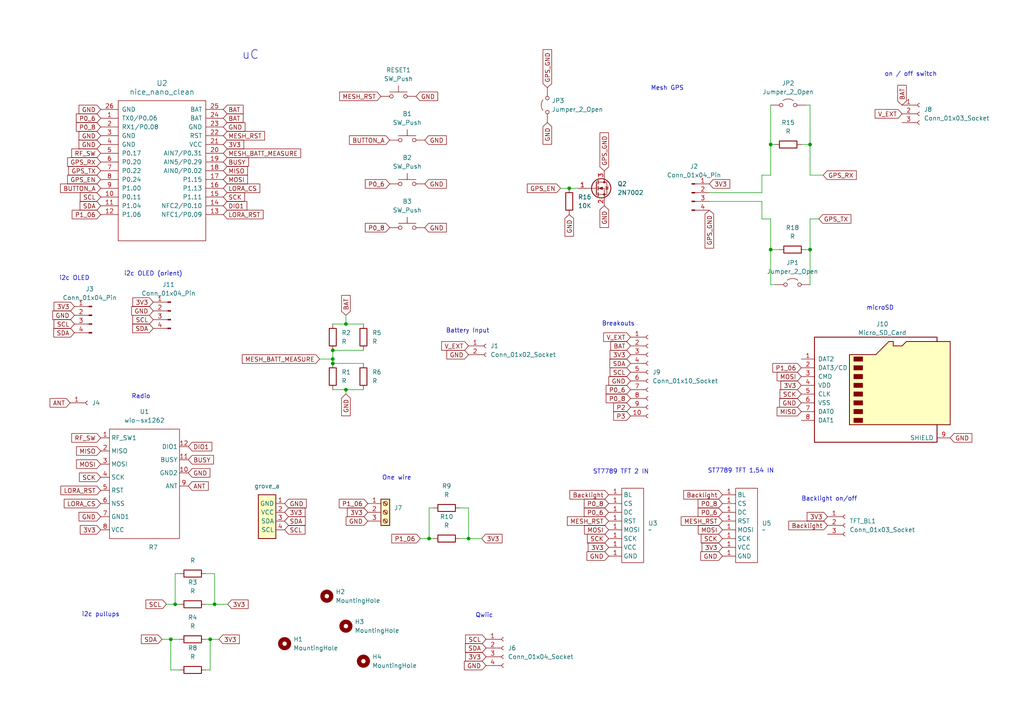
<source format=kicad_sch>
(kicad_sch (version 20231120) (generator "eeschema") (generator_version "8.0")
  (paper "A4")
  (lib_symbols
    (symbol "Connector:Conn_01x01_Socket" (pin_names (offset 1.016) hide)
      (property "Reference" "J" (at 0 2.54 0))
      (property "Value" "Conn_01x01_Socket" (at 0 -2.54 0))
      (symbol "Conn_01x01_Socket_1_1"
        (polyline (pts (xy -1.27 0) (xy -0.508 0)) (stroke (width 0.1524)))
        (arc (start 0 0.508) (mid -0.5058 0) (end 0 -0.508) (stroke (width 0.1524)))
        (pin passive line (at -5.08 0 0) (length 3.81) (name "Pin_1") (number "1"))
      )
    )
    (symbol "Connector:Conn_01x02_Socket" (pin_names (offset 1.016) hide)
      (property "Reference" "J" (at 0 2.54 0))
      (property "Value" "Conn_01x02_Socket" (at 0 -5.08 0))
      (symbol "Conn_01x02_Socket_1_1"
        (arc (start 0 -2.032) (mid -0.5058 -2.54) (end 0 -3.048) (stroke (width 0.1524)))
        (polyline (pts (xy -1.27 -2.54) (xy -0.508 -2.54)) (stroke (width 0.1524)))
        (polyline (pts (xy -1.27 0) (xy -0.508 0)) (stroke (width 0.1524)))
        (arc (start 0 0.508) (mid -0.5058 0) (end 0 -0.508) (stroke (width 0.1524)))
        (pin passive line (at -5.08 0 0) (length 3.81) (name "Pin_1") (number "1"))
        (pin passive line (at -5.08 -2.54 0) (length 3.81) (name "Pin_2") (number "2"))
      )
    )
    (symbol "Connector:Conn_01x03_Socket" (pin_names (offset 1.016) hide)
      (property "Reference" "J" (at 0 5.08 0))
      (property "Value" "Conn_01x03_Socket" (at 0 -5.08 0))
      (symbol "Conn_01x03_Socket_1_1"
        (arc (start 0 -2.032) (mid -0.5058 -2.54) (end 0 -3.048) (stroke (width 0.1524)))
        (polyline (pts (xy -1.27 -2.54) (xy -0.508 -2.54)) (stroke (width 0.1524)))
        (polyline (pts (xy -1.27 0) (xy -0.508 0)) (stroke (width 0.1524)))
        (polyline (pts (xy -1.27 2.54) (xy -0.508 2.54)) (stroke (width 0.1524)))
        (arc (start 0 0.508) (mid -0.5058 0) (end 0 -0.508) (stroke (width 0.1524)))
        (arc (start 0 3.048) (mid -0.5058 2.54) (end 0 2.032) (stroke (width 0.1524)))
        (pin passive line (at -5.08 2.54 0) (length 3.81) (name "Pin_1") (number "1"))
        (pin passive line (at -5.08 0 0) (length 3.81) (name "Pin_2") (number "2"))
        (pin passive line (at -5.08 -2.54 0) (length 3.81) (name "Pin_3") (number "3"))
      )
    )
    (symbol "Connector:Conn_01x04_Pin" (pin_names (offset 1.016) hide)
      (property "Reference" "J" (at 0 5.08 0))
      (property "Value" "Conn_01x04_Pin" (at 0 -7.62 0))
      (symbol "Conn_01x04_Pin_1_1"
        (polyline (pts (xy 1.27 -5.08) (xy 0.8636 -5.08)) (stroke (width 0.1524)))
        (polyline (pts (xy 1.27 -2.54) (xy 0.8636 -2.54)) (stroke (width 0.1524)))
        (polyline (pts (xy 1.27 0) (xy 0.8636 0)) (stroke (width 0.1524)))
        (polyline (pts (xy 1.27 2.54) (xy 0.8636 2.54)) (stroke (width 0.1524)))
        (rectangle (start 0.8636 -4.953) (end 0 -5.207) (stroke (width 0.1524)) (fill (type outline)))
        (rectangle (start 0.8636 -2.413) (end 0 -2.667) (stroke (width 0.1524)) (fill (type outline)))
        (rectangle (start 0.8636 0.127) (end 0 -0.127) (stroke (width 0.1524)) (fill (type outline)))
        (rectangle (start 0.8636 2.667) (end 0 2.413) (stroke (width 0.1524)) (fill (type outline)))
        (pin passive line (at 5.08 2.54 180) (length 3.81) (name "Pin_1") (number "1"))
        (pin passive line (at 5.08 0 180) (length 3.81) (name "Pin_2") (number "2"))
        (pin passive line (at 5.08 -2.54 180) (length 3.81) (name "Pin_3") (number "3"))
        (pin passive line (at 5.08 -5.08 180) (length 3.81) (name "Pin_4") (number "4"))
      )
    )
    (symbol "Connector:Conn_01x04_Socket" (pin_names (offset 1.016) hide)
      (property "Reference" "J" (at 0 5.08 0))
      (property "Value" "Conn_01x04_Socket" (at 0 -7.62 0))
      (symbol "Conn_01x04_Socket_1_1"
        (arc (start 0 -4.572) (mid -0.5058 -5.08) (end 0 -5.588) (stroke (width 0.1524)))
        (arc (start 0 -2.032) (mid -0.5058 -2.54) (end 0 -3.048) (stroke (width 0.1524)))
        (polyline (pts (xy -1.27 -5.08) (xy -0.508 -5.08)) (stroke (width 0.1524)))
        (polyline (pts (xy -1.27 -2.54) (xy -0.508 -2.54)) (stroke (width 0.1524)))
        (polyline (pts (xy -1.27 0) (xy -0.508 0)) (stroke (width 0.1524)))
        (polyline (pts (xy -1.27 2.54) (xy -0.508 2.54)) (stroke (width 0.1524)))
        (arc (start 0 0.508) (mid -0.5058 0) (end 0 -0.508) (stroke (width 0.1524)))
        (arc (start 0 3.048) (mid -0.5058 2.54) (end 0 2.032) (stroke (width 0.1524)))
        (pin passive line (at -5.08 2.54 0) (length 3.81) (name "Pin_1") (number "1"))
        (pin passive line (at -5.08 0 0) (length 3.81) (name "Pin_2") (number "2"))
        (pin passive line (at -5.08 -2.54 0) (length 3.81) (name "Pin_3") (number "3"))
        (pin passive line (at -5.08 -5.08 0) (length 3.81) (name "Pin_4") (number "4"))
      )
    )
    (symbol "Connector:Conn_01x10_Socket" (pin_names (offset 1.016) hide)
      (property "Reference" "J" (at 0 12.7 0))
      (property "Value" "Conn_01x10_Socket" (at 0 -15.24 0))
      (symbol "Conn_01x10_Socket_1_1"
        (arc (start 0 -12.192) (mid -0.5058 -12.7) (end 0 -13.208) (stroke (width 0.1524)))
        (arc (start 0 -9.652) (mid -0.5058 -10.16) (end 0 -10.668) (stroke (width 0.1524)))
        (arc (start 0 -7.112) (mid -0.5058 -7.62) (end 0 -8.128) (stroke (width 0.1524)))
        (arc (start 0 -4.572) (mid -0.5058 -5.08) (end 0 -5.588) (stroke (width 0.1524)))
        (arc (start 0 -2.032) (mid -0.5058 -2.54) (end 0 -3.048) (stroke (width 0.1524)))
        (polyline (pts (xy -1.27 -12.7) (xy -0.508 -12.7)) (stroke (width 0.1524)))
        (polyline (pts (xy -1.27 -10.16) (xy -0.508 -10.16)) (stroke (width 0.1524)))
        (polyline (pts (xy -1.27 -7.62) (xy -0.508 -7.62)) (stroke (width 0.1524)))
        (polyline (pts (xy -1.27 -5.08) (xy -0.508 -5.08)) (stroke (width 0.1524)))
        (polyline (pts (xy -1.27 -2.54) (xy -0.508 -2.54)) (stroke (width 0.1524)))
        (polyline (pts (xy -1.27 0) (xy -0.508 0)) (stroke (width 0.1524)))
        (polyline (pts (xy -1.27 2.54) (xy -0.508 2.54)) (stroke (width 0.1524)))
        (polyline (pts (xy -1.27 5.08) (xy -0.508 5.08)) (stroke (width 0.1524)))
        (polyline (pts (xy -1.27 7.62) (xy -0.508 7.62)) (stroke (width 0.1524)))
        (polyline (pts (xy -1.27 10.16) (xy -0.508 10.16)) (stroke (width 0.1524)))
        (arc (start 0 0.508) (mid -0.5058 0) (end 0 -0.508) (stroke (width 0.1524)))
        (arc (start 0 3.048) (mid -0.5058 2.54) (end 0 2.032) (stroke (width 0.1524)))
        (arc (start 0 5.588) (mid -0.5058 5.08) (end 0 4.572) (stroke (width 0.1524)))
        (arc (start 0 8.128) (mid -0.5058 7.62) (end 0 7.112) (stroke (width 0.1524)))
        (arc (start 0 10.668) (mid -0.5058 10.16) (end 0 9.652) (stroke (width 0.1524)))
        (pin passive line (at -5.08 10.16 0) (length 3.81) (name "Pin_1") (number "1"))
        (pin passive line (at -5.08 -12.7 0) (length 3.81) (name "Pin_10") (number "10"))
        (pin passive line (at -5.08 7.62 0) (length 3.81) (name "Pin_2") (number "2"))
        (pin passive line (at -5.08 5.08 0) (length 3.81) (name "Pin_3") (number "3"))
        (pin passive line (at -5.08 2.54 0) (length 3.81) (name "Pin_4") (number "4"))
        (pin passive line (at -5.08 0 0) (length 3.81) (name "Pin_5") (number "5"))
        (pin passive line (at -5.08 -2.54 0) (length 3.81) (name "Pin_6") (number "6"))
        (pin passive line (at -5.08 -5.08 0) (length 3.81) (name "Pin_7") (number "7"))
        (pin passive line (at -5.08 -7.62 0) (length 3.81) (name "Pin_8") (number "8"))
        (pin passive line (at -5.08 -10.16 0) (length 3.81) (name "Pin_9") (number "9"))
      )
    )
    (symbol "Connector:Micro_SD_Card" (pin_names (offset 1.016))
      (property "Reference" "J" (at -16.51 15.24 0))
      (property "Value" "Micro_SD_Card" (at 16.51 15.24 0))
      (symbol "Micro_SD_Card_0_1"
        (rectangle (start -7.62 -9.525) (end -5.08 -10.795) (fill (type outline)))
        (rectangle (start -7.62 -6.985) (end -5.08 -8.255) (fill (type outline)))
        (rectangle (start -7.62 -4.445) (end -5.08 -5.715) (fill (type outline)))
        (rectangle (start -7.62 -1.905) (end -5.08 -3.175) (fill (type outline)))
        (rectangle (start -7.62 0.635) (end -5.08 -0.635) (fill (type outline)))
        (rectangle (start -7.62 3.175) (end -5.08 1.905) (fill (type outline)))
        (rectangle (start -7.62 5.715) (end -5.08 4.445) (fill (type outline)))
        (rectangle (start -7.62 8.255) (end -5.08 6.985) (fill (type outline)))
        (polyline (pts (xy 16.51 12.7) (xy 16.51 13.97) (xy -19.05 13.97) (xy -19.05 -16.51) (xy 16.51 -16.51) (xy 16.51 -11.43)) (stroke (width 0.254)))
        (polyline (pts (xy -8.89 -11.43) (xy -8.89 8.89) (xy -1.27 8.89) (xy 2.54 12.7) (xy 3.81 12.7) (xy 3.81 11.43) (xy 6.35 11.43) (xy 7.62 12.7) (xy 20.32 12.7) (xy 20.32 -11.43) (xy -8.89 -11.43)) (stroke (width 0.254)) (fill (type background)))
      )
      (symbol "Micro_SD_Card_1_1"
        (pin bidirectional line (at -22.86 7.62 0) (length 3.81) (name "DAT2") (number "1"))
        (pin bidirectional line (at -22.86 5.08 0) (length 3.81) (name "DAT3/CD") (number "2"))
        (pin input line (at -22.86 2.54 0) (length 3.81) (name "CMD") (number "3"))
        (pin power_in line (at -22.86 0 0) (length 3.81) (name "VDD") (number "4"))
        (pin input line (at -22.86 -2.54 0) (length 3.81) (name "CLK") (number "5"))
        (pin power_in line (at -22.86 -5.08 0) (length 3.81) (name "VSS") (number "6"))
        (pin bidirectional line (at -22.86 -7.62 0) (length 3.81) (name "DAT0") (number "7"))
        (pin bidirectional line (at -22.86 -10.16 0) (length 3.81) (name "DAT1") (number "8"))
        (pin passive line (at 20.32 -15.24 180) (length 3.81) (name "SHIELD") (number "9"))
      )
    )
    (symbol "Connector:Screw_Terminal_01x03" (pin_names (offset 1.016) hide)
      (property "Reference" "J" (at 0 5.08 0))
      (property "Value" "Screw_Terminal_01x03" (at 0 -5.08 0))
      (symbol "Screw_Terminal_01x03_1_1"
        (rectangle (start -1.27 3.81) (end 1.27 -3.81) (stroke (width 0.254)) (fill (type background)))
        (circle (center 0 -2.54) (radius 0.635) (stroke (width 0.1524)))
        (polyline (pts (xy -0.5334 -2.2098) (xy 0.3302 -3.048)) (stroke (width 0.1524)))
        (polyline (pts (xy -0.5334 0.3302) (xy 0.3302 -0.508)) (stroke (width 0.1524)))
        (polyline (pts (xy -0.5334 2.8702) (xy 0.3302 2.032)) (stroke (width 0.1524)))
        (polyline (pts (xy -0.3556 -2.032) (xy 0.508 -2.8702)) (stroke (width 0.1524)))
        (polyline (pts (xy -0.3556 0.508) (xy 0.508 -0.3302)) (stroke (width 0.1524)))
        (polyline (pts (xy -0.3556 3.048) (xy 0.508 2.2098)) (stroke (width 0.1524)))
        (circle (center 0 0) (radius 0.635) (stroke (width 0.1524)))
        (circle (center 0 2.54) (radius 0.635) (stroke (width 0.1524)))
        (pin passive line (at -5.08 2.54 0) (length 3.81) (name "Pin_1") (number "1"))
        (pin passive line (at -5.08 0 0) (length 3.81) (name "Pin_2") (number "2"))
        (pin passive line (at -5.08 -2.54 0) (length 3.81) (name "Pin_3") (number "3"))
      )
    )
    (symbol "Device:R" (pin_numbers hide) (pin_names (offset 0))
      (property "Reference" "R" (at 2.032 0 90))
      (property "Value" "R" (at 0 0 90))
      (symbol "R_0_1"
        (rectangle (start -1.016 -2.54) (end 1.016 2.54) (stroke (width 0.254)))
      )
      (symbol "R_1_1"
        (pin passive line (at 0 3.81 270) (length 1.27) (name "~") (number "1"))
        (pin passive line (at 0 -3.81 90) (length 1.27) (name "~") (number "2"))
      )
    )
    (symbol "Jumper:Jumper_2_Open" (pin_numbers hide) (pin_names (offset 0) hide) (exclude_from_sim yes)
      (property "Reference" "JP" (at 0 2.794 0))
      (property "Value" "Jumper_2_Open" (at 0 -2.286 0))
      (symbol "Jumper_2_Open_0_0"
        (circle (center -2.032 0) (radius 0.508))
        (circle (center 2.032 0) (radius 0.508))
      )
      (symbol "Jumper_2_Open_0_1"
        (arc (start 1.524 1.27) (mid 0 1.778) (end -1.524 1.27))
      )
      (symbol "Jumper_2_Open_1_1"
        (pin passive line (at -5.08 0 0) (length 2.54) (name "A") (number "1"))
        (pin passive line (at 5.08 0 180) (length 2.54) (name "B") (number "2"))
      )
    )
    (symbol "Mechanical:MountingHole" (pin_names (offset 1.016)) (exclude_from_sim yes) (in_bom no)
      (property "Reference" "H" (at 0 5.08 0))
      (property "Value" "MountingHole" (at 0 3.175 0))
      (symbol "MountingHole_0_1"
        (circle (center 0 0) (radius 1.27) (stroke (width 1.27)))
      )
    )
    (symbol "Switch:SW_Push" (pin_numbers hide) (pin_names (offset 1.016) hide)
      (property "Reference" "SW" (at 1.27 2.54 0))
      (property "Value" "SW_Push" (at 0 -1.524 0))
      (symbol "SW_Push_0_1"
        (circle (center -2.032 0) (radius 0.508))
        (polyline (pts (xy 0 1.27) (xy 0 3.048)))
        (polyline (pts (xy 2.54 1.27) (xy -2.54 1.27)))
        (circle (center 2.032 0) (radius 0.508))
        (pin passive line (at -5.08 0 0) (length 2.54) (name "1") (number "1"))
        (pin passive line (at 5.08 0 180) (length 2.54) (name "2") (number "2"))
      )
    )
    (symbol "Transistor_FET:2N7002" (pin_names hide)
      (property "Reference" "Q" (at 5.08 1.905 0))
      (property "Value" "2N7002" (at 5.08 0 0))
      (symbol "2N7002_0_1"
        (polyline (pts (xy 0.254 0) (xy -2.54 0)))
        (polyline (pts (xy 0.254 1.905) (xy 0.254 -1.905)) (stroke (width 0.254)))
        (polyline (pts (xy 0.762 -1.27) (xy 0.762 -2.286)) (stroke (width 0.254)))
        (polyline (pts (xy 0.762 0.508) (xy 0.762 -0.508)) (stroke (width 0.254)))
        (polyline (pts (xy 0.762 2.286) (xy 0.762 1.27)) (stroke (width 0.254)))
        (polyline (pts (xy 2.54 2.54) (xy 2.54 1.778)))
        (polyline (pts (xy 2.54 -2.54) (xy 2.54 0) (xy 0.762 0)))
        (polyline (pts (xy 0.762 -1.778) (xy 3.302 -1.778) (xy 3.302 1.778) (xy 0.762 1.778)))
        (polyline (pts (xy 1.016 0) (xy 2.032 0.381) (xy 2.032 -0.381) (xy 1.016 0)) (fill (type outline)))
        (polyline (pts (xy 2.794 0.508) (xy 2.921 0.381) (xy 3.683 0.381) (xy 3.81 0.254)))
        (polyline (pts (xy 3.302 0.381) (xy 2.921 -0.254) (xy 3.683 -0.254) (xy 3.302 0.381)))
        (circle (center 1.651 0) (radius 2.794) (stroke (width 0.254)))
        (circle (center 2.54 -1.778) (radius 0.254) (fill (type outline)))
        (circle (center 2.54 1.778) (radius 0.254) (fill (type outline)))
      )
      (symbol "2N7002_1_1"
        (pin input line (at -5.08 0 0) (length 2.54) (name "G") (number "1"))
        (pin passive line (at 2.54 -5.08 90) (length 2.54) (name "S") (number "2"))
        (pin passive line (at 2.54 5.08 270) (length 2.54) (name "D") (number "3"))
      )
    )
    (symbol "lucc:grove_a"
      (property "Reference" "U" (at -10.16 10.16 0))
      (property "Value" "grove_a" (at -4.064 11.43 0))
      (symbol "grove_a_0_1"
        (rectangle (start -2.54 7.62) (end 2.54 -5.08) (stroke (width 0.254)) (fill (type background)))
      )
      (symbol "grove_a_1_1"
        (pin bidirectional line (at 5.08 5.08 180) (length 2.54) (name "GND") (number "1"))
        (pin output line (at 5.08 2.54 180) (length 2.54) (name "VCC") (number "2"))
        (pin input line (at 5.08 0 180) (length 2.54) (name "SDA") (number "3"))
        (pin bidirectional line (at 5.08 -2.54 180) (length 2.54) (name "SCL") (number "4"))
      )
    )
    (symbol "lucc:st7789"
      (property "Reference" "U" (at 0 8.636 0))
      (symbol "st7789_0_1"
        (rectangle (start -3.81 5.715) (end 2.54 -15.875))
      )
      (symbol "st7789_1_1"
        (pin input line (at -7.62 3.81 0) (length 3.81) (name "BL") (number "1"))
        (pin input line (at -7.62 1.27 0) (length 3.81) (name "CS") (number "1"))
        (pin input line (at -7.62 -1.27 0) (length 3.81) (name "DC") (number "1"))
        (pin input line (at -7.62 -13.97 0) (length 3.81) (name "GND") (number "1"))
        (pin input line (at -7.62 -6.35 0) (length 3.81) (name "MOSI") (number "1"))
        (pin input line (at -7.62 -3.81 0) (length 3.81) (name "RST") (number "1"))
        (pin input line (at -7.62 -8.89 0) (length 3.81) (name "SCK") (number "1"))
        (pin input line (at -7.62 -11.43 0) (length 3.81) (name "VCC") (number "1"))
      )
    )
    (symbol "nice_nano:nice_nano_clean" (pin_names (offset 1.016))
      (property "Reference" "U" (at 0 0 0))
      (property "Value" "nice_nano_clean" (at 0 2.54 0))
      (symbol "nice_nano_clean_0_1"
        (rectangle (start -12.7 -21.59) (end 12.7 19.05))
      )
      (symbol "nice_nano_clean_1_1"
        (pin input line (at -17.78 13.97 0) (length 5.08) (name "TX0/P0.06") (number "1"))
        (pin input line (at -17.78 -8.89 0) (length 5.08) (name "P0.11") (number "10"))
        (pin input line (at -17.78 -11.43 0) (length 5.08) (name "P1.04") (number "11"))
        (pin input line (at -17.78 -13.97 0) (length 5.08) (name "P1.06") (number "12"))
        (pin input line (at 17.78 -13.97 180) (length 5.08) (name "NFC1/P0.09") (number "13"))
        (pin input line (at 17.78 -11.43 180) (length 5.08) (name "NFC2/P0.10") (number "14"))
        (pin input line (at 17.78 -8.89 180) (length 5.08) (name "P1.11") (number "15"))
        (pin input line (at 17.78 -6.35 180) (length 5.08) (name "P1.13") (number "16"))
        (pin input line (at 17.78 -3.81 180) (length 5.08) (name "P1.15") (number "17"))
        (pin input line (at 17.78 -1.27 180) (length 5.08) (name "AIN0/P0.02") (number "18"))
        (pin input line (at 17.78 1.27 180) (length 5.08) (name "AIN5/P0.29") (number "19"))
        (pin input line (at -17.78 11.43 0) (length 5.08) (name "RX1/P0.08") (number "2"))
        (pin input line (at 17.78 3.81 180) (length 5.08) (name "AIN7/P0.31") (number "20"))
        (pin input line (at 17.78 6.35 180) (length 5.08) (name "VCC") (number "21"))
        (pin input line (at 17.78 8.89 180) (length 5.08) (name "RST") (number "22"))
        (pin input line (at 17.78 11.43 180) (length 5.08) (name "GND") (number "23"))
        (pin input line (at 17.78 13.97 180) (length 5.08) (name "BAT") (number "24"))
        (pin input line (at 17.78 16.51 180) (length 5.08) (name "BAT") (number "25"))
        (pin input line (at -17.78 16.51 0) (length 5.08) (name "GND") (number "26"))
        (pin input line (at -17.78 8.89 0) (length 5.08) (name "GND") (number "3"))
        (pin input line (at -17.78 6.35 0) (length 5.08) (name "GND") (number "4"))
        (pin input line (at -17.78 3.81 0) (length 5.08) (name "P0.17") (number "5"))
        (pin input line (at -17.78 1.27 0) (length 5.08) (name "P0.20") (number "6"))
        (pin input line (at -17.78 -1.27 0) (length 5.08) (name "P0.22") (number "7"))
        (pin input line (at -17.78 -3.81 0) (length 5.08) (name "P0.24") (number "8"))
        (pin input line (at -17.78 -6.35 0) (length 5.08) (name "P1.00") (number "9"))
      )
    )
    (symbol "sweet-p:wio-sx1262"
      (property "Reference" "U" (at -1.27 13.97 0))
      (property "Value" "wio-sx1262" (at -1.27 11.43 0))
      (symbol "wio-sx1262_0_1"
        (rectangle (start -6.35 8.89) (end 13.97 -22.86))
      )
      (symbol "wio-sx1262_1_1"
        (pin input line (at -8.89 6.35 0) (length 2.54) (name "RF_SW1") (number "1"))
        (pin input line (at 16.51 -3.81 180) (length 2.54) (name "GND2") (number "10"))
        (pin input line (at 16.51 0 180) (length 2.54) (name "BUSY") (number "11"))
        (pin input line (at 16.51 3.81 180) (length 2.54) (name "DIO1") (number "12"))
        (pin input line (at -8.89 2.54 0) (length 2.54) (name "MISO") (number "2"))
        (pin input line (at -8.89 -1.27 0) (length 2.54) (name "MOSI") (number "3"))
        (pin input line (at -8.89 -5.08 0) (length 2.54) (name "SCK") (number "4"))
        (pin input line (at -8.89 -8.89 0) (length 2.54) (name "RST") (number "5"))
        (pin input line (at -8.89 -12.7 0) (length 2.54) (name "NSS") (number "6"))
        (pin input line (at -8.89 -16.51 0) (length 2.54) (name "GND1") (number "7"))
        (pin input line (at -8.89 -20.32 0) (length 2.54) (name "VCC") (number "8"))
        (pin input line (at 16.51 -7.62 180) (length 2.54) (name "ANT") (number "9"))
      )
    )
  )
  (junction (at 49.53 185.42))
  (junction (at 60.96 185.42))
  (junction (at 124.46 156.21))
  (junction (at 50.8 175.26))
  (junction (at 100.33 93.98))
  (junction (at 62.23 175.26))
  (junction (at 223.52 72.39))
  (junction (at 165.1 54.61))
  (junction (at 135.89 156.21))
  (junction (at 96.52 105.41))
  (junction (at 234.95 41.91))
  (junction (at 223.52 41.91))
  (junction (at 234.95 72.39))
  (junction (at 100.33 113.03))
  (junction (at 96.52 101.6))
  (junction (at 96.52 104.14))
  (wire (pts (xy 59.69 175.26) (xy 62.23 175.26)))
  (wire (pts (xy 224.79 41.91) (xy 223.52 41.91)))
  (wire (pts (xy 121.92 156.21) (xy 124.46 156.21)))
  (wire (pts (xy 100.33 91.44) (xy 100.33 93.98)))
  (wire (pts (xy 46.99 185.42) (xy 49.53 185.42)))
  (wire (pts (xy 165.1 54.61) (xy 167.64 54.61)))
  (wire (pts (xy 96.52 105.41) (xy 105.41 105.41)))
  (wire (pts (xy 220.98 63.5) (xy 223.52 63.5)))
  (wire (pts (xy 96.52 104.14) (xy 96.52 105.41)))
  (wire (pts (xy 49.53 194.31) (xy 52.07 194.31)))
  (wire (pts (xy 234.95 63.5) (xy 237.49 63.5)))
  (wire (pts (xy 220.98 50.8) (xy 223.52 50.8)))
  (wire (pts (xy 234.95 72.39) (xy 234.95 82.55)))
  (wire (pts (xy 220.98 58.42) (xy 220.98 63.5)))
  (wire (pts (xy 223.52 72.39) (xy 226.06 72.39)))
  (wire (pts (xy 59.69 194.31) (xy 60.96 194.31)))
  (wire (pts (xy 223.52 72.39) (xy 223.52 82.55)))
  (wire (pts (xy 223.52 30.48) (xy 223.52 41.91)))
  (wire (pts (xy 49.53 185.42) (xy 49.53 194.31)))
  (wire (pts (xy 223.52 41.91) (xy 223.52 50.8)))
  (wire (pts (xy 92.71 104.14) (xy 96.52 104.14)))
  (wire (pts (xy 50.8 175.26) (xy 52.07 175.26)))
  (wire (pts (xy 48.26 175.26) (xy 50.8 175.26)))
  (wire (pts (xy 59.69 166.37) (xy 62.23 166.37)))
  (wire (pts (xy 232.41 41.91) (xy 234.95 41.91)))
  (wire (pts (xy 223.52 63.5) (xy 223.52 72.39)))
  (wire (pts (xy 62.23 175.26) (xy 66.04 175.26)))
  (wire (pts (xy 162.56 54.61) (xy 165.1 54.61)))
  (wire (pts (xy 124.46 147.32) (xy 124.46 156.21)))
  (wire (pts (xy 62.23 166.37) (xy 62.23 175.26)))
  (wire (pts (xy 124.46 156.21) (xy 125.73 156.21)))
  (wire (pts (xy 234.95 50.8) (xy 238.76 50.8)))
  (wire (pts (xy 60.96 194.31) (xy 60.96 185.42)))
  (wire (pts (xy 60.96 185.42) (xy 63.5 185.42)))
  (wire (pts (xy 234.95 72.39) (xy 234.95 63.5)))
  (wire (pts (xy 234.95 41.91) (xy 234.95 50.8)))
  (wire (pts (xy 50.8 166.37) (xy 50.8 175.26)))
  (wire (pts (xy 133.35 156.21) (xy 135.89 156.21)))
  (wire (pts (xy 59.69 185.42) (xy 60.96 185.42)))
  (wire (pts (xy 234.95 41.91) (xy 234.95 30.48)))
  (wire (pts (xy 234.95 30.48) (xy 233.68 30.48)))
  (wire (pts (xy 96.52 93.98) (xy 100.33 93.98)))
  (wire (pts (xy 205.74 55.88) (xy 220.98 55.88)))
  (wire (pts (xy 100.33 93.98) (xy 105.41 93.98)))
  (wire (pts (xy 100.33 113.03) (xy 105.41 113.03)))
  (wire (pts (xy 133.35 147.32) (xy 135.89 147.32)))
  (wire (pts (xy 100.33 113.03) (xy 100.33 114.3)))
  (wire (pts (xy 220.98 55.88) (xy 220.98 50.8)))
  (wire (pts (xy 125.73 147.32) (xy 124.46 147.32)))
  (wire (pts (xy 96.52 101.6) (xy 96.52 104.14)))
  (wire (pts (xy 52.07 166.37) (xy 50.8 166.37)))
  (wire (pts (xy 49.53 185.42) (xy 52.07 185.42)))
  (wire (pts (xy 233.68 72.39) (xy 234.95 72.39)))
  (wire (pts (xy 96.52 101.6) (xy 105.41 101.6)))
  (wire (pts (xy 96.52 113.03) (xy 100.33 113.03)))
  (wire (pts (xy 223.52 82.55) (xy 224.79 82.55)))
  (wire (pts (xy 135.89 156.21) (xy 139.7 156.21)))
  (wire (pts (xy 135.89 147.32) (xy 135.89 156.21)))
  (wire (pts (xy 205.74 58.42) (xy 220.98 58.42)))
  (text "microSD" (at 255.27 89.408 0) (effects (font (size 1.27 1.27))))
  (text "Mesh GPS" (at 193.548 25.654 0) (effects (font (size 1.27 1.27))))
  (text "ST7789 TFT 1.54 IN" (at 214.884 136.652 0) (effects (font (size 1.27 1.27))))
  (text "Backlight on/off" (at 240.538 144.78 0) (effects (font (size 1.27 1.27))))
  (text "uC" (at 72.644 16.002 0) (effects (font (size 2.54 2.54))))
  (text "ST7789 TFT 2 IN" (at 180.086 136.906 0) (effects (font (size 1.27 1.27))))
  (text "on / off switch" (at 264.16 21.59 0) (effects (font (size 1.27 1.27))))
  (text "One wire" (at 115.062 138.684 0) (effects (font (size 1.27 1.27))))
  (text "Breakouts" (at 179.324 93.98 0) (effects (font (size 1.27 1.27))))
  (text "i2c pullups" (at 29.21 178.308 0) (effects (font (size 1.27 1.27))))
  (text "i2c OLED" (at 21.59 80.772 0) (effects (font (size 1.27 1.27))))
  (text "Radio" (at 40.894 115.062 0) (effects (font (size 1.27 1.27))))
  (text "i2c OLED (orient)" (at 44.45 79.502 0) (effects (font (size 1.27 1.27))))
  (text "Battery Input" (at 135.636 96.012 0) (effects (font (size 1.27 1.27))))
  (text "Qwiic" (at 140.462 178.562 0) (effects (font (size 1.27 1.27))))
  (global_label "GND" (shape input) (at 123.19 40.64 0) (property "Intersheetrefs" "${INTERSHEET_REFS}" (effects (hide yes))))
  (global_label "GPS_RX" (shape input) (at 29.21 46.99 180) (property "Intersheetrefs" "${INTERSHEET_REFS}" (effects (hide yes))))
  (global_label "GND" (shape input) (at 82.55 146.05 0) (property "Intersheetrefs" "${INTERSHEET_REFS}" (effects (hide yes))))
  (global_label "SDA" (shape input) (at 21.59 96.52 180) (property "Intersheetrefs" "${INTERSHEET_REFS}" (effects (hide yes))))
  (global_label "GND" (shape input) (at 135.89 102.87 180) (property "Intersheetrefs" "${INTERSHEET_REFS}" (effects (hide yes))))
  (global_label "P1_06" (shape input) (at 29.21 62.23 180) (property "Intersheetrefs" "${INTERSHEET_REFS}" (effects (hide yes))))
  (global_label "GND" (shape input) (at 29.21 39.37 180) (property "Intersheetrefs" "${INTERSHEET_REFS}" (effects (hide yes))))
  (global_label "GND" (shape input) (at 165.1 62.23 270) (property "Intersheetrefs" "${INTERSHEET_REFS}" (effects (hide yes))))
  (global_label "MESH_RST" (shape input) (at 110.49 27.94 180) (property "Intersheetrefs" "${INTERSHEET_REFS}" (effects (hide yes))))
  (global_label "BAT" (shape input) (at 261.62 30.48 90) (property "Intersheetrefs" "${INTERSHEET_REFS}" (effects (hide yes))))
  (global_label "P0_8" (shape input) (at 182.88 115.57 180) (property "Intersheetrefs" "${INTERSHEET_REFS}" (effects (hide yes))))
  (global_label "3V3" (shape input) (at 209.55 158.75 180) (property "Intersheetrefs" "${INTERSHEET_REFS}" (effects (hide yes))))
  (global_label "GND" (shape input) (at 120.65 27.94 0) (property "Intersheetrefs" "${INTERSHEET_REFS}" (effects (hide yes))))
  (global_label "ANT" (shape input) (at 20.32 116.84 180) (property "Intersheetrefs" "${INTERSHEET_REFS}" (effects (hide yes))))
  (global_label "GPS_GND" (shape input) (at 175.26 49.53 90) (property "Intersheetrefs" "${INTERSHEET_REFS}" (effects (hide yes))))
  (global_label "P0_6" (shape input) (at 182.88 113.03 180) (property "Intersheetrefs" "${INTERSHEET_REFS}" (effects (hide yes))))
  (global_label "GND" (shape input) (at 182.88 110.49 180) (property "Intersheetrefs" "${INTERSHEET_REFS}" (effects (hide yes))))
  (global_label "SDA" (shape input) (at 44.45 95.25 180) (property "Intersheetrefs" "${INTERSHEET_REFS}" (effects (hide yes))))
  (global_label "MESH_RST" (shape input) (at 209.55 151.13 180) (property "Intersheetrefs" "${INTERSHEET_REFS}" (effects (hide yes))))
  (global_label "BUSY" (shape input) (at 64.77 46.99 0) (property "Intersheetrefs" "${INTERSHEET_REFS}" (effects (hide yes))))
  (global_label "GPS_RX" (shape input) (at 238.76 50.8 0) (property "Intersheetrefs" "${INTERSHEET_REFS}" (effects (hide yes))))
  (global_label "GPS_TX" (shape input) (at 237.49 63.5 0) (property "Intersheetrefs" "${INTERSHEET_REFS}" (effects (hide yes))))
  (global_label "P0_6" (shape input) (at 176.53 148.59 180) (property "Intersheetrefs" "${INTERSHEET_REFS}" (effects (hide yes))))
  (global_label "RF_SW" (shape input) (at 29.21 127 180) (property "Intersheetrefs" "${INTERSHEET_REFS}" (effects (hide yes))))
  (global_label "GND" (shape input) (at 106.68 151.13 180) (property "Intersheetrefs" "${INTERSHEET_REFS}" (effects (hide yes))))
  (global_label "P1_06" (shape input) (at 121.92 156.21 180) (property "Intersheetrefs" "${INTERSHEET_REFS}" (effects (hide yes))))
  (global_label "GND" (shape input) (at 232.41 116.84 180) (property "Intersheetrefs" "${INTERSHEET_REFS}" (effects (hide yes))))
  (global_label "BUSY" (shape input) (at 54.61 133.35 0) (property "Intersheetrefs" "${INTERSHEET_REFS}" (effects (hide yes))))
  (global_label "SCK" (shape input) (at 176.53 156.21 180) (property "Intersheetrefs" "${INTERSHEET_REFS}" (effects (hide yes))))
  (global_label "SCL" (shape input) (at 21.59 93.98 180) (property "Intersheetrefs" "${INTERSHEET_REFS}" (effects (hide yes))))
  (global_label "GND" (shape input) (at 29.21 41.91 180) (property "Intersheetrefs" "${INTERSHEET_REFS}" (effects (hide yes))))
  (global_label "MISO" (shape input) (at 232.41 119.38 180) (property "Intersheetrefs" "${INTERSHEET_REFS}" (effects (hide yes))))
  (global_label "3V3" (shape input) (at 205.74 53.34 0) (property "Intersheetrefs" "${INTERSHEET_REFS}" (effects (hide yes))))
  (global_label "RF_SW" (shape input) (at 29.21 44.45 180) (property "Intersheetrefs" "${INTERSHEET_REFS}" (effects (hide yes))))
  (global_label "ANT" (shape input) (at 54.61 140.97 0) (property "Intersheetrefs" "${INTERSHEET_REFS}" (effects (hide yes))))
  (global_label "GND" (shape input) (at 209.55 161.29 180) (property "Intersheetrefs" "${INTERSHEET_REFS}" (effects (hide yes))))
  (global_label "LORA_RST" (shape input) (at 29.21 142.24 180) (property "Intersheetrefs" "${INTERSHEET_REFS}" (effects (hide yes))))
  (global_label "GND" (shape input) (at 64.77 36.83 0) (property "Intersheetrefs" "${INTERSHEET_REFS}" (effects (hide yes))))
  (global_label "3V3" (shape input) (at 29.21 153.67 180) (property "Intersheetrefs" "${INTERSHEET_REFS}" (effects (hide yes))))
  (global_label "SDA" (shape input) (at 29.21 59.69 180) (property "Intersheetrefs" "${INTERSHEET_REFS}" (effects (hide yes))))
  (global_label "3V3" (shape input) (at 21.59 88.9 180) (property "Intersheetrefs" "${INTERSHEET_REFS}" (effects (hide yes))))
  (global_label "BAT" (shape input) (at 64.77 34.29 0) (property "Intersheetrefs" "${INTERSHEET_REFS}" (effects (hide yes))))
  (global_label "3V3" (shape input) (at 140.97 190.5 180) (property "Intersheetrefs" "${INTERSHEET_REFS}" (effects (hide yes))))
  (global_label "P0_8" (shape input) (at 113.03 66.04 180) (property "Intersheetrefs" "${INTERSHEET_REFS}" (effects (hide yes))))
  (global_label "3V3" (shape input) (at 176.53 158.75 180) (property "Intersheetrefs" "${INTERSHEET_REFS}" (effects (hide yes))))
  (global_label "3V3" (shape input) (at 240.03 149.86 180) (property "Intersheetrefs" "${INTERSHEET_REFS}" (effects (hide yes))))
  (global_label "SCL" (shape input) (at 82.55 153.67 0) (property "Intersheetrefs" "${INTERSHEET_REFS}" (effects (hide yes))))
  (global_label "SCL" (shape input) (at 140.97 185.42 180) (property "Intersheetrefs" "${INTERSHEET_REFS}" (effects (hide yes))))
  (global_label "GND" (shape input) (at 29.21 149.86 180) (property "Intersheetrefs" "${INTERSHEET_REFS}" (effects (hide yes))))
  (global_label "P0_8" (shape input) (at 29.21 36.83 180) (property "Intersheetrefs" "${INTERSHEET_REFS}" (effects (hide yes))))
  (global_label "MOSI" (shape input) (at 29.21 134.62 180) (property "Intersheetrefs" "${INTERSHEET_REFS}" (effects (hide yes))))
  (global_label "GND" (shape input) (at 44.45 90.17 180) (property "Intersheetrefs" "${INTERSHEET_REFS}" (effects (hide yes))))
  (global_label "MESH_RST" (shape input) (at 64.77 39.37 0) (property "Intersheetrefs" "${INTERSHEET_REFS}" (effects (hide yes))))
  (global_label "SCL" (shape input) (at 182.88 107.95 180) (property "Intersheetrefs" "${INTERSHEET_REFS}" (effects (hide yes))))
  (global_label "MOSI" (shape input) (at 64.77 52.07 0) (property "Intersheetrefs" "${INTERSHEET_REFS}" (effects (hide yes))))
  (global_label "SDA" (shape input) (at 182.88 105.41 180) (property "Intersheetrefs" "${INTERSHEET_REFS}" (effects (hide yes))))
  (global_label "LORA_CS" (shape input) (at 64.77 54.61 0) (property "Intersheetrefs" "${INTERSHEET_REFS}" (effects (hide yes))))
  (global_label "SDA" (shape input) (at 82.55 151.13 0) (property "Intersheetrefs" "${INTERSHEET_REFS}" (effects (hide yes))))
  (global_label "GND" (shape input) (at 275.59 127 0) (property "Intersheetrefs" "${INTERSHEET_REFS}" (effects (hide yes))))
  (global_label "GND" (shape input) (at 21.59 91.44 180) (property "Intersheetrefs" "${INTERSHEET_REFS}" (effects (hide yes))))
  (global_label "GND" (shape input) (at 123.19 66.04 0) (property "Intersheetrefs" "${INTERSHEET_REFS}" (effects (hide yes))))
  (global_label "V_EXT" (shape input) (at 261.62 33.02 180) (property "Intersheetrefs" "${INTERSHEET_REFS}" (effects (hide yes))))
  (global_label "P3" (shape input) (at 182.88 120.65 180) (property "Intersheetrefs" "${INTERSHEET_REFS}" (effects (hide yes))))
  (global_label "SCK" (shape input) (at 64.77 57.15 0) (property "Intersheetrefs" "${INTERSHEET_REFS}" (effects (hide yes))))
  (global_label "3V3" (shape input) (at 139.7 156.21 0) (property "Intersheetrefs" "${INTERSHEET_REFS}" (effects (hide yes))))
  (global_label "P1_06" (shape input) (at 232.41 106.68 180) (property "Intersheetrefs" "${INTERSHEET_REFS}" (effects (hide yes))))
  (global_label "GND" (shape input) (at 175.26 59.69 270) (property "Intersheetrefs" "${INTERSHEET_REFS}" (effects (hide yes))))
  (global_label "GND" (shape input) (at 140.97 193.04 180) (property "Intersheetrefs" "${INTERSHEET_REFS}" (effects (hide yes))))
  (global_label "GND" (shape input) (at 158.75 35.56 270) (property "Intersheetrefs" "${INTERSHEET_REFS}" (effects (hide yes))))
  (global_label "V_EXT" (shape input) (at 182.88 97.79 180) (property "Intersheetrefs" "${INTERSHEET_REFS}" (effects (hide yes))))
  (global_label "MESH_BATT_MEASURE" (shape input) (at 92.71 104.14 180) (property "Intersheetrefs" "${INTERSHEET_REFS}" (effects (hide yes))))
  (global_label "GPS_GND" (shape input) (at 205.74 60.96 270) (property "Intersheetrefs" "${INTERSHEET_REFS}" (effects (hide yes))))
  (global_label "SDA" (shape input) (at 140.97 187.96 180) (property "Intersheetrefs" "${INTERSHEET_REFS}" (effects (hide yes))))
  (global_label "BAT" (shape input) (at 64.77 31.75 0) (property "Intersheetrefs" "${INTERSHEET_REFS}" (effects (hide yes))))
  (global_label "LORA_CS" (shape input) (at 29.21 146.05 180) (property "Intersheetrefs" "${INTERSHEET_REFS}" (effects (hide yes))))
  (global_label "MOSI" (shape input) (at 209.55 153.67 180) (property "Intersheetrefs" "${INTERSHEET_REFS}" (effects (hide yes))))
  (global_label "GND" (shape input) (at 100.33 114.3 270) (property "Intersheetrefs" "${INTERSHEET_REFS}" (effects (hide yes))))
  (global_label "GND" (shape input) (at 54.61 137.16 0) (property "Intersheetrefs" "${INTERSHEET_REFS}" (effects (hide yes))))
  (global_label "3V3" (shape input) (at 63.5 185.42 0) (property "Intersheetrefs" "${INTERSHEET_REFS}" (effects (hide yes))))
  (global_label "MOSI" (shape input) (at 176.53 153.67 180) (property "Intersheetrefs" "${INTERSHEET_REFS}" (effects (hide yes))))
  (global_label "P2" (shape input) (at 182.88 118.11 180) (property "Intersheetrefs" "${INTERSHEET_REFS}" (effects (hide yes))))
  (global_label "DIO1" (shape input) (at 64.77 59.69 0) (property "Intersheetrefs" "${INTERSHEET_REFS}" (effects (hide yes))))
  (global_label "GND" (shape input) (at 123.19 53.34 0) (property "Intersheetrefs" "${INTERSHEET_REFS}" (effects (hide yes))))
  (global_label "GPS_TX" (shape input) (at 29.21 49.53 180) (property "Intersheetrefs" "${INTERSHEET_REFS}" (effects (hide yes))))
  (global_label "MESH_BATT_MEASURE" (shape input) (at 64.77 44.45 0) (property "Intersheetrefs" "${INTERSHEET_REFS}" (effects (hide yes))))
  (global_label "MISO" (shape input) (at 64.77 49.53 0) (property "Intersheetrefs" "${INTERSHEET_REFS}" (effects (hide yes))))
  (global_label "SCK" (shape input) (at 209.55 156.21 180) (property "Intersheetrefs" "${INTERSHEET_REFS}" (effects (hide yes))))
  (global_label "Backlight" (shape input) (at 240.03 152.4 180) (property "Intersheetrefs" "${INTERSHEET_REFS}" (effects (hide yes))))
  (global_label "3V3" (shape input) (at 64.77 41.91 0) (property "Intersheetrefs" "${INTERSHEET_REFS}" (effects (hide yes))))
  (global_label "MOSI" (shape input) (at 232.41 109.22 180) (property "Intersheetrefs" "${INTERSHEET_REFS}" (effects (hide yes))))
  (global_label "P0_8" (shape input) (at 176.53 146.05 180) (property "Intersheetrefs" "${INTERSHEET_REFS}" (effects (hide yes))))
  (global_label "SDA" (shape input) (at 46.99 185.42 180) (property "Intersheetrefs" "${INTERSHEET_REFS}" (effects (hide yes))))
  (global_label "SCK" (shape input) (at 29.21 138.43 180) (property "Intersheetrefs" "${INTERSHEET_REFS}" (effects (hide yes))))
  (global_label "P0_6" (shape input) (at 29.21 34.29 180) (property "Intersheetrefs" "${INTERSHEET_REFS}" (effects (hide yes))))
  (global_label "BUTTON_A" (shape input) (at 29.21 54.61 180) (property "Intersheetrefs" "${INTERSHEET_REFS}" (effects (hide yes))))
  (global_label "GPS_GND" (shape input) (at 158.75 25.4 90) (property "Intersheetrefs" "${INTERSHEET_REFS}" (effects (hide yes))))
  (global_label "SCL" (shape input) (at 48.26 175.26 180) (property "Intersheetrefs" "${INTERSHEET_REFS}" (effects (hide yes))))
  (global_label "3V3" (shape input) (at 182.88 102.87 180) (property "Intersheetrefs" "${INTERSHEET_REFS}" (effects (hide yes))))
  (global_label "3V3" (shape input) (at 44.45 87.63 180) (property "Intersheetrefs" "${INTERSHEET_REFS}" (effects (hide yes))))
  (global_label "P0_6" (shape input) (at 113.03 53.34 180) (property "Intersheetrefs" "${INTERSHEET_REFS}" (effects (hide yes))))
  (global_label "MISO" (shape input) (at 29.21 130.81 180) (property "Intersheetrefs" "${INTERSHEET_REFS}" (effects (hide yes))))
  (global_label "SCL" (shape input) (at 29.21 57.15 180) (property "Intersheetrefs" "${INTERSHEET_REFS}" (effects (hide yes))))
  (global_label "Backlight" (shape input) (at 176.53 143.51 180) (property "Intersheetrefs" "${INTERSHEET_REFS}" (effects (hide yes))))
  (global_label "GND" (shape input) (at 29.21 31.75 180) (property "Intersheetrefs" "${INTERSHEET_REFS}" (effects (hide yes))))
  (global_label "3V3" (shape input) (at 66.04 175.26 0) (property "Intersheetrefs" "${INTERSHEET_REFS}" (effects (hide yes))))
  (global_label "LORA_RST" (shape input) (at 64.77 62.23 0) (property "Intersheetrefs" "${INTERSHEET_REFS}" (effects (hide yes))))
  (global_label "V_EXT" (shape input) (at 135.89 100.33 180) (property "Intersheetrefs" "${INTERSHEET_REFS}" (effects (hide yes))))
  (global_label "P0_8" (shape input) (at 209.55 146.05 180) (property "Intersheetrefs" "${INTERSHEET_REFS}" (effects (hide yes))))
  (global_label "3V3" (shape input) (at 82.55 148.59 0) (property "Intersheetrefs" "${INTERSHEET_REFS}" (effects (hide yes))))
  (global_label "GPS_EN" (shape input) (at 29.21 52.07 180) (property "Intersheetrefs" "${INTERSHEET_REFS}" (effects (hide yes))))
  (global_label "P0_6" (shape input) (at 209.55 148.59 180) (property "Intersheetrefs" "${INTERSHEET_REFS}" (effects (hide yes))))
  (global_label "Backlight" (shape input) (at 209.55 143.51 180) (property "Intersheetrefs" "${INTERSHEET_REFS}" (effects (hide yes))))
  (global_label "GND" (shape input) (at 176.53 161.29 180) (property "Intersheetrefs" "${INTERSHEET_REFS}" (effects (hide yes))))
  (global_label "3V3" (shape input) (at 232.41 111.76 180) (property "Intersheetrefs" "${INTERSHEET_REFS}" (effects (hide yes))))
  (global_label "P1_06" (shape input) (at 106.68 146.05 180) (property "Intersheetrefs" "${INTERSHEET_REFS}" (effects (hide yes))))
  (global_label "SCK" (shape input) (at 232.41 114.3 180) (property "Intersheetrefs" "${INTERSHEET_REFS}" (effects (hide yes))))
  (global_label "GPS_EN" (shape input) (at 162.56 54.61 180) (property "Intersheetrefs" "${INTERSHEET_REFS}" (effects (hide yes))))
  (global_label "BAT" (shape input) (at 100.33 91.44 90) (property "Intersheetrefs" "${INTERSHEET_REFS}" (effects (hide yes))))
  (global_label "DIO1" (shape input) (at 54.61 129.54 0) (property "Intersheetrefs" "${INTERSHEET_REFS}" (effects (hide yes))))
  (global_label "MESH_RST" (shape input) (at 176.53 151.13 180) (property "Intersheetrefs" "${INTERSHEET_REFS}" (effects (hide yes))))
  (global_label "SCL" (shape input) (at 44.45 92.71 180) (property "Intersheetrefs" "${INTERSHEET_REFS}" (effects (hide yes))))
  (global_label "BAT" (shape input) (at 182.88 100.33 180) (property "Intersheetrefs" "${INTERSHEET_REFS}" (effects (hide yes))))
  (global_label "3V3" (shape input) (at 106.68 148.59 180) (property "Intersheetrefs" "${INTERSHEET_REFS}" (effects (hide yes))))
  (global_label "BUTTON_A" (shape input) (at 113.03 40.64 180) (property "Intersheetrefs" "${INTERSHEET_REFS}" (effects (hide yes))))
  (symbol (lib_id "Device:R") (at 55.88 194.31 90) (unit 1)
    (property "Reference" "R8" (at 55.88 187.96 90))
    (property "Value" "R" (at 55.88 190.5 90))
    (property "Footprint" "Resistor_SMD:R_0805_2012Metric_Pad1.20x1.40mm_HandSolder" (effects (hide yes)))
    (property "Description" "Resistor" (effects (hide yes)))
  )
  (symbol (lib_id "Connector:Conn_01x03_Socket") (at 266.7 33.02 0) (unit 1)
    (property "Reference" "J8" (at 267.97 31.7499 0) (effects (justify left)))
    (property "Value" "Conn_01x03_Socket" (at 267.97 34.2899 0) (effects (justify left)))
    (property "Footprint" "footprints:usual_switch" (effects (hide yes)))
    (property "Description" "Generic connector, single row, 01x03, script generated" (effects (hide yes)))
  )
  (symbol (lib_id "Device:R") (at 105.41 109.22 0) (unit 1)
    (property "Reference" "R6" (at 107.95 107.9499 0) (effects (justify left)))
    (property "Value" "R" (at 107.95 110.4899 0) (effects (justify left)))
    (property "Footprint" "Resistor_SMD:R_0805_2012Metric_Pad1.20x1.40mm_HandSolder" (effects (hide yes)))
    (property "Description" "Resistor" (effects (hide yes)))
  )
  (symbol (lib_id "Connector:Conn_01x04_Socket") (at 146.05 187.96 0) (unit 1)
    (property "Reference" "J6" (at 147.32 187.9599 0) (effects (justify left)))
    (property "Value" "Conn_01x04_Socket" (at 147.32 190.4999 0) (effects (justify left)))
    (property "Footprint" "footprints:JST_SH4_SKINNY" (effects (hide yes)))
    (property "Description" "Generic connector, single row, 01x04, script generated" (effects (hide yes)))
  )
  (symbol (lib_id "Device:R") (at 55.88 185.42 90) (unit 1)
    (property "Reference" "R4" (at 55.88 179.07 90))
    (property "Value" "R" (at 55.88 181.61 90))
    (property "Footprint" "Resistor_THT:R_Axial_DIN0204_L3.6mm_D1.6mm_P5.08mm_Horizontal" (effects (hide yes)))
    (property "Description" "Resistor" (effects (hide yes)))
  )
  (symbol (lib_name "lucc:st7789") (lib_id "lucc:st7789") (at 184.15 147.32 0) (unit 1)
    (property "Reference" "U3" (at 187.96 151.7649 0) (effects (justify left)))
    (property "Value" "~" (at 187.96 153.67 0) (effects (justify left)))
    (property "Footprint" "footprints:st7789_tft_2in_320x240" (effects (hide yes)))
  )
  (symbol (lib_id "Connector:Screw_Terminal_01x03") (at 111.76 148.59 0) (unit 1)
    (property "Reference" "J7" (at 114.3 147.3199 0) (effects (justify left)))
    (property "Value" "Screw_Terminal_01x03" (effects (hide yes)))
    (property "Footprint" "TerminalBlock_Phoenix:TerminalBlock_Phoenix_MKDS-1,5-3-5.08_1x03_P5.08mm_Horizontal" (effects (hide yes)))
    (property "Description" "Generic screw terminal, single row, 01x03, script generated (kicad-library-utils/schlib/autogen/connector/)" (effects (hide yes)))
  )
  (symbol (lib_id "Device:R") (at 228.6 41.91 90) (unit 1)
    (property "Reference" "R15" (at 228.6 35.56 90))
    (property "Value" "R" (at 228.6 38.1 90))
    (property "Footprint" "Resistor_SMD:R_0805_2012Metric_Pad1.20x1.40mm_HandSolder" (effects (hide yes)))
    (property "Description" "Resistor" (effects (hide yes)))
  )
  (symbol (lib_id "Connector:Conn_01x02_Socket") (at 140.97 100.33 0) (unit 1)
    (property "Reference" "J1" (at 142.24 100.3299 0) (effects (justify left)))
    (property "Value" "Conn_01x02_Socket" (at 142.24 102.8699 0) (effects (justify left)))
    (property "Footprint" "Connector_JST:JST_PH_B2B-PH-K_1x02_P2.00mm_Vertical" (effects (hide yes)))
    (property "Description" "Generic connector, single row, 01x02, script generated" (effects (hide yes)))
  )
  (symbol (lib_id "Connector:Micro_SD_Card") (at 255.27 111.76 0) (unit 1)
    (property "Reference" "J10" (at 255.905 93.98 0))
    (property "Value" "Micro_SD_Card" (at 255.905 96.52 0))
    (property "Footprint" "footprints:DM3D-SF_outline" (effects (hide yes)))
    (property "Datasheet" "https://www.we-online.com/components/products/datasheet/693072010801.pdf" (effects (hide yes)))
    (property "Description" "Micro SD Card Socket" (effects (hide yes)))
  )
  (symbol (lib_id "nice_nano:nice_nano_clean") (at 46.99 48.26 0) (unit 1)
    (property "Reference" "U2" (at 46.99 24.13 0) (effects (font (size 1.524 1.524))))
    (property "Value" "nice_nano_clean" (at 46.99 26.67 0) (effects (font (size 1.524 1.524))))
    (property "Footprint" "footprints:nice_nano_cleanest" (effects (hide yes)))
  )
  (symbol (lib_id "Device:R") (at 55.88 175.26 90) (unit 1)
    (property "Reference" "R3" (at 55.88 168.91 90))
    (property "Value" "R" (at 55.88 171.45 90))
    (property "Footprint" "Resistor_THT:R_Axial_DIN0204_L3.6mm_D1.6mm_P5.08mm_Horizontal" (effects (hide yes)))
    (property "Description" "Resistor" (effects (hide yes)))
  )
  (symbol (lib_id "Device:R") (at 165.1 58.42 180) (unit 1)
    (property "Reference" "R16" (at 167.64 57.1499 0) (effects (justify right)))
    (property "Value" "10K" (at 167.64 59.6899 0) (effects (justify right)))
    (property "Footprint" "Resistor_SMD:R_0805_2012Metric_Pad1.20x1.40mm_HandSolder" (effects (hide yes)))
    (property "Description" "Resistor" (effects (hide yes)))
  )
  (symbol (lib_id "Jumper:Jumper_2_Open") (at 228.6 30.48 0) (unit 1) (exclude_from_sim yes)
    (property "Reference" "JP2" (at 228.6 24.13 0))
    (property "Value" "Jumper_2_Open" (at 228.6 26.67 0))
    (property "Footprint" "Jumper:SolderJumper-2_P1.3mm_Open_Pad1.0x1.5mm" (effects (hide yes)))
    (property "Description" "Jumper, 2-pole, open" (effects (hide yes)))
  )
  (symbol (lib_id "Connector:Conn_01x04_Pin") (at 26.67 91.44 0) (mirror y) (unit 1)
    (property "Reference" "J3" (at 26.035 83.82 0))
    (property "Value" "Conn_01x04_Pin" (at 26.035 86.36 0))
    (property "Footprint" "footprints:ssd1306_a" (effects (hide yes)))
    (property "Description" "Generic connector, single row, 01x04, script generated" (effects (hide yes)))
  )
  (symbol (lib_id "Mechanical:MountingHole") (at 94.7969 172.9201 0) (unit 1) (exclude_from_sim yes) (in_bom no)
    (property "Reference" "H2" (at 97.3369 171.65 0) (effects (justify left)))
    (property "Value" "MountingHole" (at 97.3369 174.19 0) (effects (justify left)))
    (property "Footprint" "MountingHole:MountingHole_3.2mm_M3" (effects (hide yes)))
    (property "Description" "Mounting Hole without connection" (effects (hide yes)))
  )
  (symbol (lib_id "Device:R") (at 129.54 156.21 90) (unit 1)
    (property "Reference" "R10" (at 129.54 149.86 90))
    (property "Value" "R" (at 129.54 152.4 90))
    (property "Footprint" "Resistor_THT:R_Axial_DIN0204_L3.6mm_D1.6mm_P5.08mm_Horizontal" (effects (hide yes)))
    (property "Description" "Resistor" (effects (hide yes)))
  )
  (symbol (lib_id "Transistor_FET:2N7002") (at 172.72 54.61 0) (unit 1)
    (property "Reference" "Q2" (at 179.07 53.3399 0) (effects (justify left)))
    (property "Value" "2N7002" (at 179.07 55.8799 0) (effects (justify left)))
    (property "Footprint" "Package_TO_SOT_SMD:SOT-23" (effects (hide yes)))
    (property "Datasheet" "https://www.onsemi.com/pub/Collateral/NDS7002A-D.PDF" (effects (hide yes)))
    (property "Description" "0.115A Id, 60V Vds, N-Channel MOSFET, SOT-23" (effects (hide yes)))
  )
  (symbol (lib_id "Connector:Conn_01x10_Socket") (at 187.96 107.95 0) (unit 1)
    (property "Reference" "J9" (at 189.23 107.9499 0) (effects (justify left)))
    (property "Value" "Conn_01x10_Socket" (at 189.23 110.4899 0) (effects (justify left)))
    (property "Footprint" "Connector_PinSocket_2.54mm:PinSocket_1x10_P2.54mm_Vertical" (effects (hide yes)))
    (property "Description" "Generic connector, single row, 01x10, script generated" (effects (hide yes)))
  )
  (symbol (lib_name "lucc:st7789") (lib_id "lucc:st7789") (at 217.17 147.32 0) (unit 1)
    (property "Reference" "U5" (at 220.98 151.7649 0) (effects (justify left)))
    (property "Value" "~" (at 220.98 153.67 0) (effects (justify left)))
    (property "Footprint" "footprints:st7789_154in_240x240" (effects (hide yes)))
  )
  (symbol (lib_id "Jumper:Jumper_2_Open") (at 229.87 82.55 0) (unit 1) (exclude_from_sim yes)
    (property "Reference" "JP1" (at 229.87 76.2 0))
    (property "Value" "Jumper_2_Open" (at 229.87 78.74 0))
    (property "Footprint" "Jumper:SolderJumper-2_P1.3mm_Open_Pad1.0x1.5mm" (effects (hide yes)))
    (property "Description" "Jumper, 2-pole, open" (effects (hide yes)))
  )
  (symbol (lib_id "Device:R") (at 96.52 97.79 0) (unit 1)
    (property "Reference" "R2" (at 99.06 96.5199 0) (effects (justify left)))
    (property "Value" "R" (at 99.06 99.0599 0) (effects (justify left)))
    (property "Footprint" "Resistor_THT:R_Axial_DIN0204_L3.6mm_D1.6mm_P5.08mm_Horizontal" (effects (hide yes)))
    (property "Description" "Resistor" (effects (hide yes)))
  )
  (symbol (lib_id "Device:R") (at 229.87 72.39 90) (unit 1)
    (property "Reference" "R18" (at 229.87 66.04 90))
    (property "Value" "R" (at 229.87 68.58 90))
    (property "Footprint" "Resistor_SMD:R_0805_2012Metric_Pad1.20x1.40mm_HandSolder" (effects (hide yes)))
    (property "Description" "Resistor" (effects (hide yes)))
  )
  (symbol (lib_id "lucc:grove_a") (at 77.47 151.13 0) (unit 1)
    (property "Reference" "U4" (effects (hide yes)))
    (property "Value" "grove_a" (at 77.47 140.97 0))
    (property "Footprint" "footprints:grove_a" (effects (hide yes)))
    (property "Datasheet" "https://ww1.microchip.com/downloads/en/DeviceDoc/20005533A.pdf" (effects (hide yes)))
    (property "Description" "CAN FD Transceiver with Silent Mode, up to 8 Mbps, TDFN-8" (effects (hide yes)))
  )
  (symbol (lib_id "Mechanical:MountingHole") (at 100.33 181.61 0) (unit 1) (exclude_from_sim yes) (in_bom no)
    (property "Reference" "H3" (at 102.87 180.3399 0) (effects (justify left)))
    (property "Value" "MountingHole" (at 102.87 182.8799 0) (effects (justify left)))
    (property "Footprint" "MountingHole:MountingHole_3.2mm_M3" (effects (hide yes)))
    (property "Description" "Mounting Hole without connection" (effects (hide yes)))
  )
  (symbol (lib_id "Connector:Conn_01x04_Pin") (at 200.66 55.88 0) (unit 1)
    (property "Reference" "J2" (at 201.295 48.26 0))
    (property "Value" "Conn_01x04_Pin" (at 201.295 50.8 0))
    (property "Footprint" "footprints:gps_ublox_blue" (effects (hide yes)))
    (property "Description" "Generic connector, single row, 01x04, script generated" (effects (hide yes)))
  )
  (symbol (lib_id "Connector:Conn_01x04_Pin") (at 49.53 90.17 0) (mirror y) (unit 1)
    (property "Reference" "J11" (at 48.895 82.55 0))
    (property "Value" "Conn_01x04_Pin" (at 48.895 85.09 0))
    (property "Footprint" "footprints:ssd1306_a" (effects (hide yes)))
    (property "Description" "Generic connector, single row, 01x04, script generated" (effects (hide yes)))
  )
  (symbol (lib_id "Switch:SW_Push") (at 118.11 53.34 0) (unit 1)
    (property "Reference" "B2" (at 118.11 45.72 0))
    (property "Value" "SW_Push" (at 118.11 48.26 0))
    (property "Footprint" "Button_Switch_THT:SW_Tactile_SPST_Angled_PTS645Vx31-2LFS" (effects (hide yes)))
    (property "Description" "Push button switch, generic, two pins" (effects (hide yes)))
  )
  (symbol (lib_id "Switch:SW_Push") (at 118.11 66.04 0) (unit 1)
    (property "Reference" "B3" (at 118.11 58.42 0))
    (property "Value" "SW_Push" (at 118.11 60.96 0))
    (property "Footprint" "Button_Switch_THT:SW_Tactile_SPST_Angled_PTS645Vx31-2LFS" (effects (hide yes)))
    (property "Description" "Push button switch, generic, two pins" (effects (hide yes)))
  )
  (symbol (lib_id "Mechanical:MountingHole") (at 82.55 186.69 0) (unit 1) (exclude_from_sim yes) (in_bom no)
    (property "Reference" "H1" (at 85.09 185.4199 0) (effects (justify left)))
    (property "Value" "MountingHole" (at 85.09 187.9599 0) (effects (justify left)))
    (property "Footprint" "MountingHole:MountingHole_3.2mm_M3" (effects (hide yes)))
    (property "Description" "Mounting Hole without connection" (effects (hide yes)))
  )
  (symbol (lib_id "Device:R") (at 105.41 97.79 0) (unit 1)
    (property "Reference" "R5" (at 107.95 96.5199 0) (effects (justify left)))
    (property "Value" "R" (at 107.95 99.0599 0) (effects (justify left)))
    (property "Footprint" "Resistor_SMD:R_0805_2012Metric_Pad1.20x1.40mm_HandSolder" (effects (hide yes)))
    (property "Description" "Resistor" (effects (hide yes)))
  )
  (symbol (lib_id "Switch:SW_Push") (at 115.57 27.94 0) (unit 1)
    (property "Reference" "RESET1" (at 115.57 20.32 0))
    (property "Value" "SW_Push" (at 115.57 22.86 0))
    (property "Footprint" "Button_Switch_THT:SW_Tactile_SPST_Angled_PTS645Vx31-2LFS" (effects (hide yes)))
    (property "Description" "Push button switch, generic, two pins" (effects (hide yes)))
  )
  (symbol (lib_id "Device:R") (at 96.52 109.22 0) (unit 1)
    (property "Reference" "R1" (at 99.06 107.9499 0) (effects (justify left)))
    (property "Value" "R" (at 99.06 110.4899 0) (effects (justify left)))
    (property "Footprint" "Resistor_THT:R_Axial_DIN0204_L3.6mm_D1.6mm_P5.08mm_Horizontal" (effects (hide yes)))
    (property "Description" "Resistor" (effects (hide yes)))
  )
  (symbol (lib_id "Switch:SW_Push") (at 118.11 40.64 0) (unit 1)
    (property "Reference" "B1" (at 118.11 33.02 0))
    (property "Value" "SW_Push" (at 118.11 35.56 0))
    (property "Footprint" "Button_Switch_THT:SW_Tactile_SPST_Angled_PTS645Vx31-2LFS" (effects (hide yes)))
    (property "Description" "Push button switch, generic, two pins" (effects (hide yes)))
  )
  (symbol (lib_id "Mechanical:MountingHole") (at 105.41 191.77 0) (unit 1) (exclude_from_sim yes) (in_bom no)
    (property "Reference" "H4" (at 107.95 190.4999 0) (effects (justify left)))
    (property "Value" "MountingHole" (at 107.95 193.0399 0) (effects (justify left)))
    (property "Footprint" "MountingHole:MountingHole_3.2mm_M3" (effects (hide yes)))
    (property "Description" "Mounting Hole without connection" (effects (hide yes)))
  )
  (symbol (lib_id "Jumper:Jumper_2_Open") (at 158.75 30.48 90) (unit 1) (exclude_from_sim yes)
    (property "Reference" "JP3" (at 160.02 29.2099 90) (effects (justify right)))
    (property "Value" "Jumper_2_Open" (at 160.02 31.7499 90) (effects (justify right)))
    (property "Footprint" "Jumper:SolderJumper-2_P1.3mm_Open_Pad1.0x1.5mm" (effects (hide yes)))
    (property "Description" "Jumper, 2-pole, open" (effects (hide yes)))
  )
  (symbol (lib_id "sweet-p:wio-sx1262") (at 38.1 133.35 0) (unit 1)
    (property "Reference" "U1" (at 41.91 119.38 0))
    (property "Value" "wio-sx1262" (at 41.91 121.92 0))
    (property "Footprint" "wio-sx1262:wio-sx1262" (effects (hide yes)))
  )
  (symbol (lib_id "Connector:Conn_01x01_Socket") (at 25.4 116.84 0) (unit 1)
    (property "Reference" "J4" (at 26.67 116.8399 0) (effects (justify left)))
    (property "Value" "Conn_01x01_Socket" (effects (hide yes)))
    (property "Footprint" "Connector_PinSocket_2.54mm:PinSocket_1x01_P2.54mm_Vertical" (effects (hide yes)))
    (property "Description" "Generic connector, single row, 01x01, script generated" (effects (hide yes)))
  )
  (symbol (lib_id "Device:R") (at 129.54 147.32 90) (unit 1)
    (property "Reference" "R9" (at 129.54 140.97 90))
    (property "Value" "R" (at 129.54 143.51 90))
    (property "Footprint" "Resistor_SMD:R_0805_2012Metric_Pad1.20x1.40mm_HandSolder" (effects (hide yes)))
    (property "Description" "Resistor" (effects (hide yes)))
  )
  (symbol (lib_id "Connector:Conn_01x03_Socket") (at 245.11 152.4 0) (unit 1)
    (property "Reference" "TFT_BL1" (at 246.38 151.1299 0) (effects (justify left)))
    (property "Value" "Conn_01x03_Socket" (at 246.38 153.6699 0) (effects (justify left)))
    (property "Footprint" "footprints:usual_switch" (effects (hide yes)))
    (property "Description" "Generic connector, single row, 01x03, script generated" (effects (hide yes)))
  )
  (symbol (lib_id "Device:R") (at 55.88 166.37 90) (unit 1)
    (property "Reference" "R7" (at 44.45 158.75 90))
    (property "Value" "R" (at 55.88 162.56 90))
    (property "Footprint" "Resistor_SMD:R_0805_2012Metric_Pad1.20x1.40mm_HandSolder" (effects (hide yes)))
    (property "Description" "Resistor" (effects (hide yes)))
  )
)
</source>
